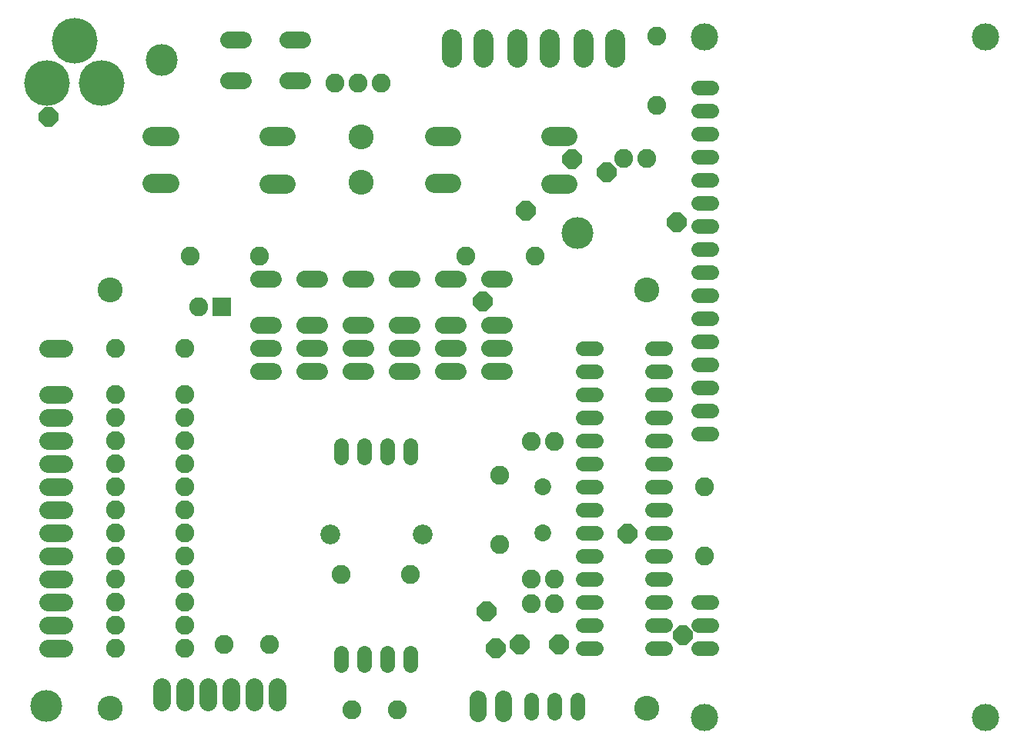
<source format=gts>
G75*
G70*
%OFA0B0*%
%FSLAX24Y24*%
%IPPOS*%
%LPD*%
%AMOC8*
5,1,8,0,0,1.08239X$1,22.5*
%
%ADD10C,0.0880*%
%ADD11C,0.0820*%
%ADD12C,0.0820*%
%ADD13C,0.0640*%
%ADD14C,0.0730*%
%ADD15C,0.0720*%
%ADD16C,0.0760*%
%ADD17C,0.0635*%
%ADD18C,0.1182*%
%ADD19C,0.1080*%
%ADD20C,0.1980*%
%ADD21R,0.0820X0.0820*%
%ADD22C,0.0860*%
%ADD23C,0.0780*%
%ADD24C,0.1380*%
%ADD25OC8,0.0840*%
D10*
X021056Y030759D02*
X021056Y031559D01*
X022434Y031559D02*
X022434Y030759D01*
X023906Y030759D02*
X023906Y031559D01*
X025284Y031559D02*
X025284Y030759D01*
X026756Y030759D02*
X026756Y031559D01*
X028134Y031559D02*
X028134Y030759D01*
D11*
X029931Y031702D03*
X029931Y028702D03*
X029506Y026409D03*
X028506Y026409D03*
X024643Y022159D03*
X021643Y022159D03*
X012718Y022159D03*
X009718Y022159D03*
X010092Y019970D03*
X009506Y018159D03*
X009506Y016159D03*
X009506Y015159D03*
X009506Y014159D03*
X009506Y013159D03*
X009506Y012159D03*
X009506Y011159D03*
X009506Y010159D03*
X009506Y009159D03*
X009506Y008159D03*
X009506Y007159D03*
X009506Y006159D03*
X009506Y005159D03*
X011193Y005344D03*
X013162Y005344D03*
X016738Y002512D03*
X018707Y002512D03*
X024487Y007109D03*
X025487Y007109D03*
X025506Y008158D03*
X024506Y008158D03*
X023112Y009659D03*
X019243Y008363D03*
X016243Y008363D03*
X023112Y012659D03*
X024506Y014131D03*
X025506Y014131D03*
X032006Y012159D03*
X032006Y009159D03*
X006506Y009159D03*
X006506Y008159D03*
X006506Y007159D03*
X006506Y006159D03*
X006506Y005159D03*
X006506Y010159D03*
X006506Y011159D03*
X006506Y012159D03*
X006506Y013159D03*
X006506Y014159D03*
X006506Y015159D03*
X006506Y016159D03*
X006506Y018159D03*
X016006Y029659D03*
X017006Y029659D03*
X018006Y029659D03*
D12*
X020280Y027364D02*
X021020Y027364D01*
X021020Y025348D02*
X020280Y025348D01*
X025332Y025308D02*
X026072Y025308D01*
X026072Y027364D02*
X025332Y027364D01*
X013866Y027364D02*
X013126Y027364D01*
X013126Y025308D02*
X013866Y025308D01*
X008814Y025348D02*
X008074Y025348D01*
X008074Y027364D02*
X008814Y027364D01*
D13*
X026726Y018159D02*
X027286Y018159D01*
X027286Y017159D02*
X026726Y017159D01*
X026726Y016159D02*
X027286Y016159D01*
X027286Y015159D02*
X026726Y015159D01*
X026726Y014159D02*
X027286Y014159D01*
X027286Y013159D02*
X026726Y013159D01*
X026726Y012159D02*
X027286Y012159D01*
X027286Y011159D02*
X026726Y011159D01*
X026726Y010159D02*
X027286Y010159D01*
X027286Y009159D02*
X026726Y009159D01*
X026726Y008159D02*
X027286Y008159D01*
X027286Y007159D02*
X026726Y007159D01*
X026726Y006159D02*
X027286Y006159D01*
X027286Y005159D02*
X026726Y005159D01*
X026506Y002939D02*
X026506Y002379D01*
X025506Y002379D02*
X025506Y002939D01*
X024506Y002939D02*
X024506Y002379D01*
X029726Y005159D02*
X030286Y005159D01*
X030286Y006159D02*
X029726Y006159D01*
X029726Y007159D02*
X030286Y007159D01*
X030286Y008159D02*
X029726Y008159D01*
X029726Y009159D02*
X030286Y009159D01*
X030286Y010159D02*
X029726Y010159D01*
X029726Y011159D02*
X030286Y011159D01*
X030286Y012159D02*
X029726Y012159D01*
X029726Y013159D02*
X030286Y013159D01*
X030286Y014159D02*
X029726Y014159D01*
X029726Y015159D02*
X030286Y015159D01*
X030286Y016159D02*
X029726Y016159D01*
X029726Y017159D02*
X030286Y017159D01*
X030286Y018159D02*
X029726Y018159D01*
X031726Y007159D02*
X032286Y007159D01*
X032286Y006159D02*
X031726Y006159D01*
X031726Y005159D02*
X032286Y005159D01*
D14*
X025006Y010159D03*
X025006Y012159D03*
D15*
X023326Y017159D02*
X022686Y017159D01*
X022686Y018159D02*
X023326Y018159D01*
X023326Y019159D02*
X022686Y019159D01*
X021326Y019159D02*
X020686Y019159D01*
X020686Y018159D02*
X021326Y018159D01*
X021326Y017159D02*
X020686Y017159D01*
X019326Y017159D02*
X018686Y017159D01*
X018686Y018159D02*
X019326Y018159D01*
X019326Y019159D02*
X018686Y019159D01*
X017326Y019159D02*
X016686Y019159D01*
X016686Y018159D02*
X017326Y018159D01*
X017326Y017159D02*
X016686Y017159D01*
X015326Y017159D02*
X014686Y017159D01*
X014686Y018159D02*
X015326Y018159D01*
X015326Y019159D02*
X014686Y019159D01*
X013326Y019159D02*
X012686Y019159D01*
X012686Y018159D02*
X013326Y018159D01*
X013326Y017159D02*
X012686Y017159D01*
X012686Y021159D02*
X013326Y021159D01*
X014686Y021159D02*
X015326Y021159D01*
X016686Y021159D02*
X017326Y021159D01*
X018686Y021159D02*
X019326Y021159D01*
X020686Y021159D02*
X021326Y021159D01*
X022686Y021159D02*
X023326Y021159D01*
X014589Y029760D02*
X013949Y029760D01*
X012029Y029760D02*
X011389Y029760D01*
X011389Y031540D02*
X012029Y031540D01*
X013949Y031540D02*
X014589Y031540D01*
X022206Y002979D02*
X022206Y002339D01*
X023306Y002339D02*
X023306Y002979D01*
D16*
X013506Y002819D02*
X013506Y003499D01*
X012506Y003499D02*
X012506Y002819D01*
X011506Y002819D02*
X011506Y003499D01*
X010506Y003499D02*
X010506Y002819D01*
X009506Y002819D02*
X009506Y003499D01*
X008506Y003499D02*
X008506Y002819D01*
X004253Y005159D02*
X003573Y005159D01*
X003573Y006159D02*
X004253Y006159D01*
X004253Y007159D02*
X003573Y007159D01*
X003573Y008159D02*
X004253Y008159D01*
X004253Y009159D02*
X003573Y009159D01*
X003573Y010159D02*
X004253Y010159D01*
X004253Y011159D02*
X003573Y011159D01*
X003573Y012159D02*
X004253Y012159D01*
X004253Y013159D02*
X003573Y013159D01*
X003573Y014159D02*
X004253Y014159D01*
X004253Y015159D02*
X003573Y015159D01*
X003573Y016159D02*
X004253Y016159D01*
X004253Y018159D02*
X003573Y018159D01*
D17*
X016256Y013974D02*
X016256Y013419D01*
X017256Y013419D02*
X017256Y013974D01*
X018256Y013974D02*
X018256Y013419D01*
X019256Y013419D02*
X019256Y013974D01*
X019256Y004974D02*
X019256Y004419D01*
X018256Y004419D02*
X018256Y004974D01*
X017256Y004974D02*
X017256Y004419D01*
X016256Y004419D02*
X016256Y004974D01*
X031728Y014470D02*
X032283Y014470D01*
X032283Y015470D02*
X031728Y015470D01*
X031728Y016470D02*
X032283Y016470D01*
X032283Y017470D02*
X031728Y017470D01*
X031728Y018470D02*
X032283Y018470D01*
X032283Y019470D02*
X031728Y019470D01*
X031728Y020470D02*
X032283Y020470D01*
X032283Y021470D02*
X031728Y021470D01*
X031728Y022470D02*
X032283Y022470D01*
X032283Y023470D02*
X031728Y023470D01*
X031728Y024470D02*
X032283Y024470D01*
X032283Y025470D02*
X031728Y025470D01*
X031728Y026470D02*
X032283Y026470D01*
X032283Y027470D02*
X031728Y027470D01*
X031728Y028470D02*
X032283Y028470D01*
X032283Y029470D02*
X031728Y029470D01*
D18*
X031998Y031659D03*
X044171Y031659D03*
X044171Y002163D03*
X031998Y002163D03*
D19*
X029506Y002559D03*
X006256Y002559D03*
X006256Y020709D03*
X017141Y025372D03*
X017141Y027340D03*
X029506Y020709D03*
D20*
X005899Y029659D03*
X003537Y029659D03*
X004718Y031509D03*
D21*
X011092Y019970D03*
D22*
X015778Y010109D03*
X019778Y010109D03*
D23*
X029488Y002553D03*
X006266Y002553D03*
X006266Y020687D03*
X029488Y020687D03*
D24*
X003506Y002659D03*
X026506Y023159D03*
X008506Y030659D03*
D25*
X003606Y028199D03*
X022406Y020199D03*
X024246Y024119D03*
X026246Y026359D03*
X027766Y025799D03*
X030806Y023639D03*
X028646Y010119D03*
X031046Y005719D03*
X025686Y005319D03*
X024006Y005319D03*
X022966Y005159D03*
X022566Y006759D03*
M02*

</source>
